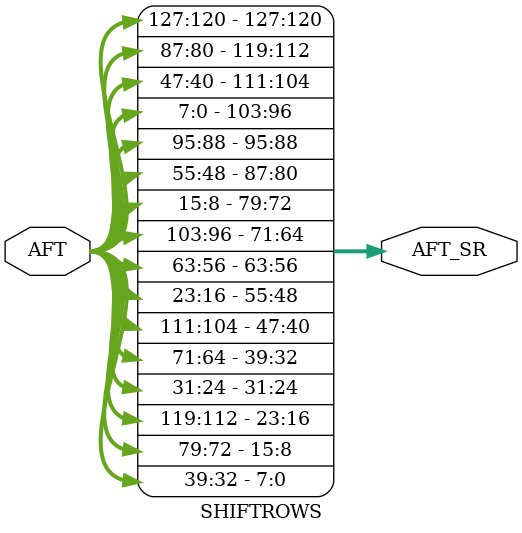
<source format=v>
module SHIFTROWS(
	input [127:0]AFT,
	output reg [127:0]AFT_SR		//Them cai REG khong thoi no khong chay
);

	always@(*)begin
		//H0
		AFT_SR[127:120]=AFT[127:120];
		AFT_SR[119:112]=AFT[87:80];
		AFT_SR[111:104]=AFT[47:40];
		AFT_SR[103:96]=AFT[7:0];
		//H1
		AFT_SR[95:88]=AFT[95:88];
		AFT_SR[87:80]=AFT[55:48];
		AFT_SR[79:72]=AFT[15:8];
		AFT_SR[71:64]=AFT[103:96];
		//H2
		AFT_SR[63:56]=AFT[63:56];
		AFT_SR[55:48]=AFT[23:16];
		AFT_SR[47:40]=AFT[111:104];
		AFT_SR[39:32]=AFT[71:64];
		//H3
		AFT_SR[31:24]=AFT[31:24];
		AFT_SR[23:16]=AFT[119:112];
		AFT_SR[15:8]=AFT[79:72];
		AFT_SR[7:0]=AFT[39:32];
	
	end
	
	
	
endmodule
</source>
